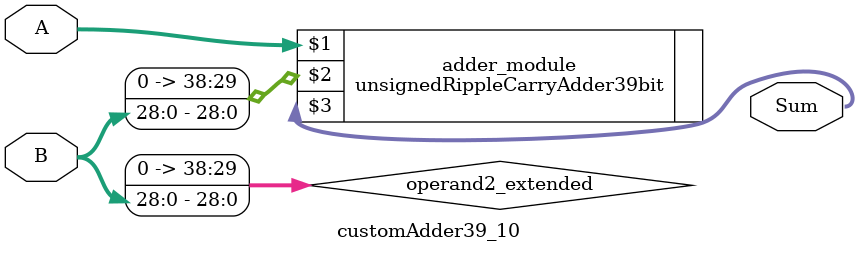
<source format=v>
module customAdder39_10(
                        input [38 : 0] A,
                        input [28 : 0] B,
                        
                        output [39 : 0] Sum
                );

        wire [38 : 0] operand2_extended;
        
        assign operand2_extended =  {10'b0, B};
        
        unsignedRippleCarryAdder39bit adder_module(
            A,
            operand2_extended,
            Sum
        );
        
        endmodule
        
</source>
